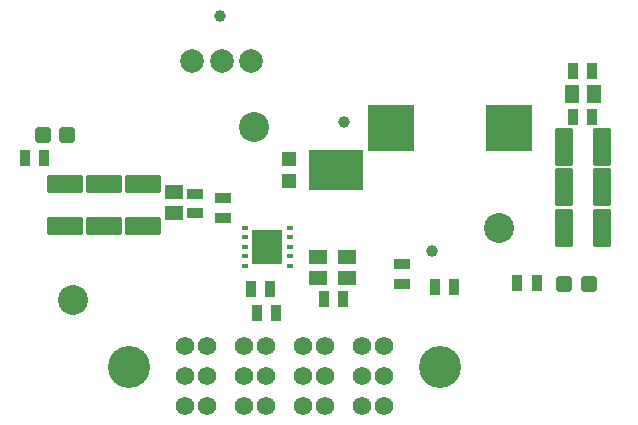
<source format=gbr>
%TF.GenerationSoftware,Altium Limited,Altium Designer,24.2.2 (26)*%
G04 Layer_Color=255*
%FSLAX45Y45*%
%MOMM*%
%TF.SameCoordinates,49D751E1-909A-4D1D-99CC-CC6D119DB9C5*%
%TF.FilePolarity,Positive*%
%TF.FileFunction,Pads,Top*%
%TF.Part,Single*%
G01*
G75*
%TA.AperFunction,SMDPad,CuDef*%
%ADD10R,1.30000X1.30000*%
%ADD11R,4.60000X3.40000*%
G04:AMPARAMS|DCode=12|XSize=1.4mm|YSize=0.9mm|CornerRadius=0.0675mm|HoleSize=0mm|Usage=FLASHONLY|Rotation=90.000|XOffset=0mm|YOffset=0mm|HoleType=Round|Shape=RoundedRectangle|*
%AMROUNDEDRECTD12*
21,1,1.40000,0.76500,0,0,90.0*
21,1,1.26500,0.90000,0,0,90.0*
1,1,0.13500,0.38250,0.63250*
1,1,0.13500,0.38250,-0.63250*
1,1,0.13500,-0.38250,-0.63250*
1,1,0.13500,-0.38250,0.63250*
%
%ADD12ROUNDEDRECTD12*%
G04:AMPARAMS|DCode=13|XSize=1.3mm|YSize=1.3mm|CornerRadius=0.13mm|HoleSize=0mm|Usage=FLASHONLY|Rotation=180.000|XOffset=0mm|YOffset=0mm|HoleType=Round|Shape=RoundedRectangle|*
%AMROUNDEDRECTD13*
21,1,1.30000,1.04000,0,0,180.0*
21,1,1.04000,1.30000,0,0,180.0*
1,1,0.26000,-0.52000,0.52000*
1,1,0.26000,0.52000,0.52000*
1,1,0.26000,0.52000,-0.52000*
1,1,0.26000,-0.52000,-0.52000*
%
%ADD13ROUNDEDRECTD13*%
G04:AMPARAMS|DCode=14|XSize=1.6mm|YSize=3.15mm|CornerRadius=0.12mm|HoleSize=0mm|Usage=FLASHONLY|Rotation=180.000|XOffset=0mm|YOffset=0mm|HoleType=Round|Shape=RoundedRectangle|*
%AMROUNDEDRECTD14*
21,1,1.60000,2.91000,0,0,180.0*
21,1,1.36000,3.15000,0,0,180.0*
1,1,0.24000,-0.68000,1.45500*
1,1,0.24000,0.68000,1.45500*
1,1,0.24000,0.68000,-1.45500*
1,1,0.24000,-0.68000,-1.45500*
%
%ADD14ROUNDEDRECTD14*%
G04:AMPARAMS|DCode=15|XSize=1.25mm|YSize=1.6mm|CornerRadius=0.125mm|HoleSize=0mm|Usage=FLASHONLY|Rotation=270.000|XOffset=0mm|YOffset=0mm|HoleType=Round|Shape=RoundedRectangle|*
%AMROUNDEDRECTD15*
21,1,1.25000,1.35000,0,0,270.0*
21,1,1.00000,1.60000,0,0,270.0*
1,1,0.25000,-0.67500,-0.50000*
1,1,0.25000,-0.67500,0.50000*
1,1,0.25000,0.67500,0.50000*
1,1,0.25000,0.67500,-0.50000*
%
%ADD15ROUNDEDRECTD15*%
G04:AMPARAMS|DCode=16|XSize=1.6mm|YSize=3mm|CornerRadius=0.12mm|HoleSize=0mm|Usage=FLASHONLY|Rotation=270.000|XOffset=0mm|YOffset=0mm|HoleType=Round|Shape=RoundedRectangle|*
%AMROUNDEDRECTD16*
21,1,1.60000,2.76000,0,0,270.0*
21,1,1.36000,3.00000,0,0,270.0*
1,1,0.24000,-1.38000,-0.68000*
1,1,0.24000,-1.38000,0.68000*
1,1,0.24000,1.38000,0.68000*
1,1,0.24000,1.38000,-0.68000*
%
%ADD16ROUNDEDRECTD16*%
G04:AMPARAMS|DCode=17|XSize=1.4mm|YSize=0.9mm|CornerRadius=0.0675mm|HoleSize=0mm|Usage=FLASHONLY|Rotation=0.000|XOffset=0mm|YOffset=0mm|HoleType=Round|Shape=RoundedRectangle|*
%AMROUNDEDRECTD17*
21,1,1.40000,0.76500,0,0,0.0*
21,1,1.26500,0.90000,0,0,0.0*
1,1,0.13500,0.63250,-0.38250*
1,1,0.13500,-0.63250,-0.38250*
1,1,0.13500,-0.63250,0.38250*
1,1,0.13500,0.63250,0.38250*
%
%ADD17ROUNDEDRECTD17*%
%ADD18R,4.00000X4.00000*%
%ADD19R,0.60000X0.30000*%
%ADD20R,2.60000X3.00000*%
%ADD21C,1.00000*%
G04:AMPARAMS|DCode=22|XSize=1.25mm|YSize=1.6mm|CornerRadius=0.125mm|HoleSize=0mm|Usage=FLASHONLY|Rotation=180.000|XOffset=0mm|YOffset=0mm|HoleType=Round|Shape=RoundedRectangle|*
%AMROUNDEDRECTD22*
21,1,1.25000,1.35000,0,0,180.0*
21,1,1.00000,1.60000,0,0,180.0*
1,1,0.25000,-0.50000,0.67500*
1,1,0.25000,0.50000,0.67500*
1,1,0.25000,0.50000,-0.67500*
1,1,0.25000,-0.50000,-0.67500*
%
%ADD22ROUNDEDRECTD22*%
%TA.AperFunction,ComponentPad*%
%ADD26C,3.56000*%
%ADD27C,1.56000*%
%ADD28C,2.54000*%
%ADD29C,2.00000*%
D10*
X2957230Y-3275994D02*
D03*
Y-3089994D02*
D03*
D11*
X3352230Y-3182994D02*
D03*
D12*
X5053280Y-4135120D02*
D03*
X4888280D02*
D03*
X3414040Y-4271588D02*
D03*
X3249040D02*
D03*
X717600Y-3083560D02*
D03*
X882600D02*
D03*
X2683560Y-4394200D02*
D03*
X2848560D02*
D03*
X4191000Y-4173220D02*
D03*
X4356000D02*
D03*
X5523180Y-2733040D02*
D03*
X5358180D02*
D03*
Y-2339340D02*
D03*
X5523180D02*
D03*
X2630220Y-4185920D02*
D03*
X2795220D02*
D03*
D13*
X5494880Y-4142740D02*
D03*
X5284880D02*
D03*
X1080360Y-2882900D02*
D03*
X870360D02*
D03*
D14*
X5608260Y-3670300D02*
D03*
X5283260D02*
D03*
X5605720Y-3327400D02*
D03*
X5280720D02*
D03*
X5605720Y-2984500D02*
D03*
X5280720D02*
D03*
D15*
X3204285Y-3918288D02*
D03*
Y-4097287D02*
D03*
X3443045Y-3918288D02*
D03*
Y-4097287D02*
D03*
X1983740Y-3548980D02*
D03*
Y-3369980D02*
D03*
D16*
X1056640Y-3657260D02*
D03*
Y-3297260D02*
D03*
X1717040Y-3657260D02*
D03*
Y-3297260D02*
D03*
X1386840Y-3657260D02*
D03*
Y-3297260D02*
D03*
D17*
X2161540Y-3382060D02*
D03*
Y-3547060D02*
D03*
X2395933Y-3586201D02*
D03*
Y-3421201D02*
D03*
X3916680Y-4142650D02*
D03*
Y-3977650D02*
D03*
D18*
X3820920Y-2829560D02*
D03*
X4820920D02*
D03*
D19*
X2963680Y-3670320D02*
D03*
X2583680D02*
D03*
Y-3750320D02*
D03*
Y-3830320D02*
D03*
Y-3910320D02*
D03*
Y-3990320D02*
D03*
X2963680Y-3750320D02*
D03*
Y-3830320D02*
D03*
Y-3910320D02*
D03*
Y-3990320D02*
D03*
D20*
X2773680Y-3830320D02*
D03*
D21*
X3418840Y-2771140D02*
D03*
X4170680Y-3868420D02*
D03*
X2369820Y-1874520D02*
D03*
D22*
X5535260Y-2537460D02*
D03*
X5356260D02*
D03*
D26*
X4230980Y-4846520D02*
D03*
X1602980D02*
D03*
D27*
X2260980Y-5176520D02*
D03*
X2072980D02*
D03*
X2260980Y-4922520D02*
D03*
X2072980D02*
D03*
X2260980Y-4668520D02*
D03*
X2072980D02*
D03*
X3760980Y-5176520D02*
D03*
X3572980D02*
D03*
X3760980Y-4922520D02*
D03*
X3572980D02*
D03*
X3760980Y-4668520D02*
D03*
X3572980D02*
D03*
X3260980Y-5176520D02*
D03*
X3072980D02*
D03*
X3260980Y-4922520D02*
D03*
X3072980D02*
D03*
X3260980Y-4668520D02*
D03*
X3072980D02*
D03*
X2760980Y-5176520D02*
D03*
X2572980D02*
D03*
X2760980Y-4922520D02*
D03*
X2572980D02*
D03*
X2760980Y-4668520D02*
D03*
X2572980D02*
D03*
D28*
X1125220Y-4279900D02*
D03*
X4732020Y-3672840D02*
D03*
X2659380Y-2816860D02*
D03*
D29*
X2636520Y-2260600D02*
D03*
X2386520D02*
D03*
X2136520D02*
D03*
%TF.MD5,538290f5555b2fc3b76468e5e37ec4f0*%
M02*

</source>
